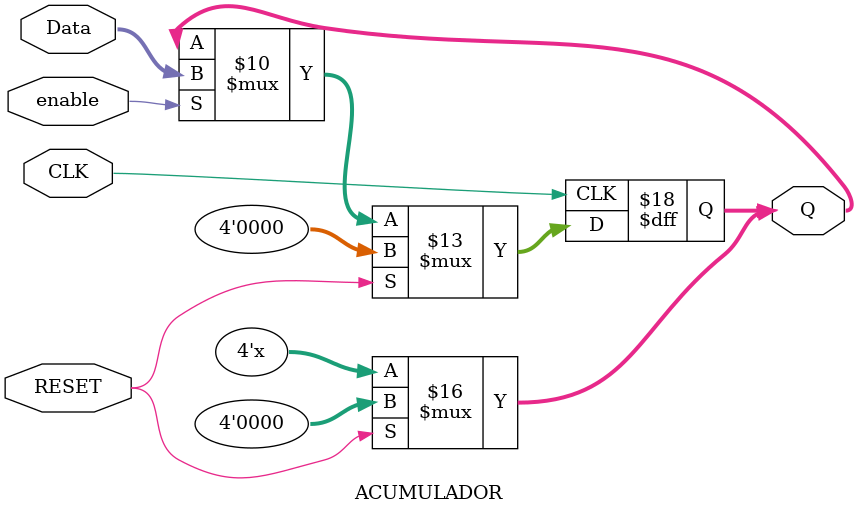
<source format=v>
module ACUMULADOR (input CLK, input [3:0] Data, input RESET, input enable, output [3:0] Q);
    reg Q = 0;

    always @ ( * ) begin
      if (RESET == 1) begin
          Q = 0;
      end
    end

    always @ ( posedge CLK ) begin
        if (RESET == 1) begin
            Q = 0;
        end

        else if (enable == 1) begin
          Q <= Data;
        end

        else if (enable == 0) begin
          Q <= Q;
        end
    end


endmodule //flip flop  D de 8 bits con ENABLE Y RESET ASÍNCRONO

</source>
